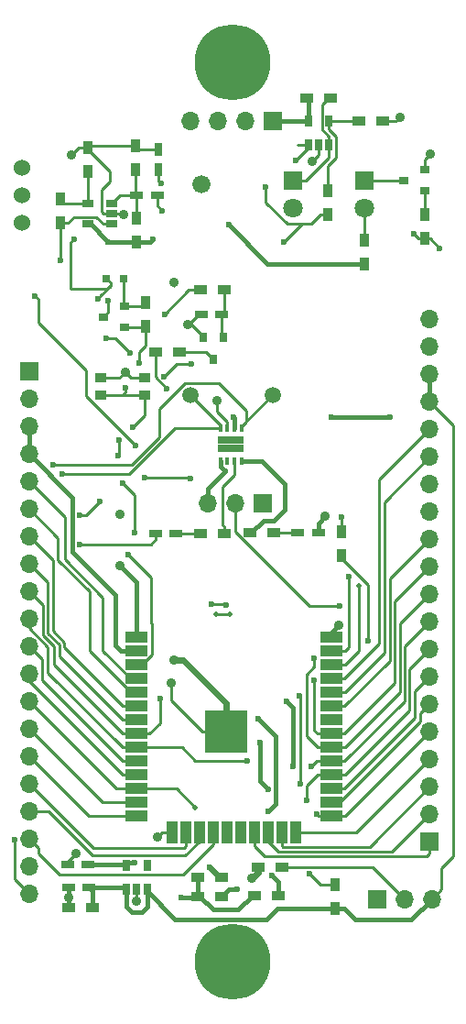
<source format=gbr>
G04 #@! TF.GenerationSoftware,KiCad,Pcbnew,no-vcs-found-9485a4d~59~ubuntu17.04.1*
G04 #@! TF.CreationDate,2017-08-14T14:34:53-05:00*
G04 #@! TF.ProjectId,liger,6C696765722E6B696361645F70636200,rev?*
G04 #@! TF.SameCoordinates,Original*
G04 #@! TF.FileFunction,Copper,L1,Top,Signal*
G04 #@! TF.FilePolarity,Positive*
%FSLAX46Y46*%
G04 Gerber Fmt 4.6, Leading zero omitted, Abs format (unit mm)*
G04 Created by KiCad (PCBNEW no-vcs-found-9485a4d~59~ubuntu17.04.1) date Mon Aug 14 14:34:53 2017*
%MOMM*%
%LPD*%
G01*
G04 APERTURE LIST*
%ADD10R,1.000000X0.900000*%
%ADD11R,1.700000X1.700000*%
%ADD12O,1.700000X1.700000*%
%ADD13C,1.676000*%
%ADD14R,1.200000X0.900000*%
%ADD15R,2.000000X1.000000*%
%ADD16R,1.000000X2.000000*%
%ADD17R,4.000000X4.000000*%
%ADD18R,0.650000X1.060000*%
%ADD19C,7.000000*%
%ADD20R,0.750000X1.200000*%
%ADD21R,1.200000X0.750000*%
%ADD22R,1.800000X1.800000*%
%ADD23C,1.800000*%
%ADD24R,0.800000X0.800000*%
%ADD25C,1.500000*%
%ADD26R,0.900000X0.800000*%
%ADD27R,0.800000X0.900000*%
%ADD28R,0.900000X1.200000*%
%ADD29C,1.524000*%
%ADD30R,1.060000X0.650000*%
%ADD31R,0.350000X0.650000*%
%ADD32R,1.200000X0.775000*%
%ADD33C,0.900000*%
%ADD34C,0.600000*%
%ADD35C,0.500000*%
%ADD36C,0.250000*%
%ADD37C,0.400000*%
%ADD38C,0.600000*%
G04 APERTURE END LIST*
D10*
X139550000Y-78200000D03*
X139550000Y-76600000D03*
X135450000Y-78200000D03*
X135450000Y-76600000D03*
D11*
X150450000Y-88200000D03*
D12*
X147910000Y-88200000D03*
X145370000Y-88200000D03*
D13*
X144826040Y-58680960D03*
D14*
X144500000Y-122700000D03*
X146700000Y-122700000D03*
D15*
X138773880Y-103083200D03*
X156807880Y-103111200D03*
D16*
X152235880Y-118577200D03*
X153505880Y-118577200D03*
X147155880Y-118577200D03*
X148425880Y-118577200D03*
X150965880Y-118577200D03*
X149695880Y-118577200D03*
X144615880Y-118577200D03*
X145885880Y-118577200D03*
X143345880Y-118577200D03*
X142075880Y-118577200D03*
D15*
X156791880Y-100563200D03*
X156807880Y-101841200D03*
X156807880Y-105651200D03*
X156791880Y-104373200D03*
X156791880Y-109453200D03*
X156807880Y-110731200D03*
X156807880Y-108191200D03*
X156791880Y-106913200D03*
X156791880Y-117073200D03*
X156791880Y-114533200D03*
X156807880Y-115811200D03*
X156807880Y-113271200D03*
X156791880Y-111993200D03*
X138757880Y-111993200D03*
X138773880Y-113271200D03*
X138773880Y-115811200D03*
X138757880Y-114533200D03*
X138757880Y-117073200D03*
X138757880Y-106913200D03*
X138773880Y-108191200D03*
X138773880Y-110731200D03*
X138757880Y-109453200D03*
X138757880Y-104373200D03*
X138773880Y-105651200D03*
X138773880Y-101813200D03*
X138773880Y-100543200D03*
D17*
X147100000Y-109230000D03*
D18*
X154700000Y-55050000D03*
X155650000Y-55050000D03*
X156600000Y-55050000D03*
X156600000Y-52850000D03*
X154700000Y-52850000D03*
D19*
X147684028Y-130516302D03*
X147684028Y-47458302D03*
D20*
X140825000Y-55500000D03*
X140825000Y-57400000D03*
D21*
X140700000Y-59750000D03*
X138800000Y-59750000D03*
X134425000Y-123675000D03*
X132525000Y-123675000D03*
X134325000Y-121500000D03*
X132425000Y-121500000D03*
X144800000Y-70700000D03*
X146700000Y-70700000D03*
X155600000Y-90850000D03*
X153700000Y-90850000D03*
X140527917Y-90945595D03*
X142427917Y-90945595D03*
D22*
X159860000Y-58340000D03*
D23*
X159860000Y-60880000D03*
D24*
X136000000Y-67400000D03*
X137600000Y-67400000D03*
D22*
X153290000Y-58410000D03*
D23*
X153290000Y-60950000D03*
D25*
X143780000Y-78200000D03*
X151380000Y-78200000D03*
D11*
X128880000Y-75990000D03*
D12*
X128880000Y-78530000D03*
X128880000Y-81070000D03*
X128880000Y-83610000D03*
X128880000Y-86150000D03*
X128880000Y-88690000D03*
X128880000Y-91230000D03*
X128880000Y-93770000D03*
X128880000Y-96310000D03*
X128880000Y-98850000D03*
X128880000Y-101390000D03*
X128880000Y-103930000D03*
X128880000Y-106470000D03*
X128880000Y-109010000D03*
X128880000Y-111550000D03*
X128880000Y-114090000D03*
X128880000Y-116630000D03*
X128880000Y-119170000D03*
X128880000Y-121710000D03*
X128880000Y-124250000D03*
D11*
X165890000Y-119430000D03*
D12*
X165890000Y-116890000D03*
X165890000Y-114350000D03*
X165890000Y-111810000D03*
X165890000Y-109270000D03*
X165890000Y-106730000D03*
X165890000Y-104190000D03*
X165890000Y-101650000D03*
X165890000Y-99110000D03*
X165890000Y-96570000D03*
X165890000Y-94030000D03*
X165890000Y-91490000D03*
X165890000Y-88950000D03*
X165890000Y-86410000D03*
X165890000Y-83870000D03*
X165890000Y-81330000D03*
X165890000Y-78790000D03*
X165890000Y-76250000D03*
X165890000Y-73710000D03*
X165890000Y-71170000D03*
D11*
X151410000Y-52850000D03*
D12*
X148870000Y-52850000D03*
X146330000Y-52850000D03*
X143790000Y-52850000D03*
D26*
X165500000Y-59300000D03*
X165500000Y-57400000D03*
X163500000Y-58350000D03*
D27*
X146850000Y-72850000D03*
X144950000Y-72850000D03*
X145900000Y-74850000D03*
D26*
X137700000Y-71900000D03*
X137700000Y-70000000D03*
X135700000Y-70950000D03*
D14*
X152250000Y-121750000D03*
X150050000Y-121750000D03*
D28*
X157750000Y-90775000D03*
X157750000Y-92975000D03*
X165450000Y-61550000D03*
X165450000Y-63750000D03*
X159900000Y-66075000D03*
X159900000Y-63875000D03*
X138800000Y-64025000D03*
X138800000Y-61825000D03*
X138725000Y-55175000D03*
X138725000Y-57375000D03*
X134300000Y-57550000D03*
X134300000Y-55350000D03*
X131750000Y-60100000D03*
X131750000Y-62300000D03*
D14*
X132500000Y-125500000D03*
X134700000Y-125500000D03*
X149700000Y-124400000D03*
X151900000Y-124400000D03*
X144500000Y-124500000D03*
X146700000Y-124500000D03*
X144700000Y-68450000D03*
X146900000Y-68450000D03*
D28*
X139650000Y-69600000D03*
X139650000Y-71800000D03*
D14*
X140550000Y-74200000D03*
X142750000Y-74200000D03*
X159400000Y-52900000D03*
X161600000Y-52900000D03*
X156700000Y-50750000D03*
X154500000Y-50750000D03*
D28*
X156500000Y-61500000D03*
X156500000Y-59300000D03*
D14*
X151450000Y-90900000D03*
X149250000Y-90900000D03*
X144677917Y-90995595D03*
X146877917Y-90995595D03*
D28*
X157200000Y-123400000D03*
X157200000Y-125600000D03*
D29*
X128220000Y-62230000D03*
X128220000Y-59690000D03*
X128220000Y-57150000D03*
D30*
X136525000Y-62375000D03*
X136525000Y-61425000D03*
X136525000Y-60475000D03*
X134325000Y-60475000D03*
X134325000Y-62375000D03*
D18*
X137875000Y-123800000D03*
X138825000Y-123800000D03*
X139775000Y-123800000D03*
X139775000Y-121600000D03*
X137875000Y-121600000D03*
D31*
X146545000Y-84302500D03*
X147195000Y-84302500D03*
X147845000Y-84302500D03*
X148495000Y-84302500D03*
X148495000Y-81202500D03*
X147845000Y-81202500D03*
X147195000Y-81202500D03*
X146545000Y-81202500D03*
D32*
X148120000Y-82365000D03*
X146920000Y-82365000D03*
X148120000Y-83140000D03*
X146920000Y-83140000D03*
D11*
X161036000Y-124714000D03*
D12*
X163576000Y-124714000D03*
X166116000Y-124714000D03*
D33*
X146281398Y-78696534D03*
X143548272Y-71680675D03*
X137736420Y-76075994D03*
X137274908Y-89194406D03*
X137250310Y-93917125D03*
X156200000Y-89400000D03*
X149492708Y-122825389D03*
X142227988Y-102617984D03*
X157483830Y-99421350D03*
X132500000Y-124600000D03*
X142250000Y-67750000D03*
X137594343Y-61528837D03*
X138824990Y-124961343D03*
X142000000Y-104750000D03*
X140750000Y-119000000D03*
X163150000Y-52500000D03*
X133200000Y-120500000D03*
X155031281Y-56581281D03*
X132800000Y-56000000D03*
X166000000Y-55900000D03*
D34*
X141050000Y-58650000D03*
X141590494Y-77556742D03*
X153874990Y-105963593D03*
X153950000Y-114050000D03*
X155450000Y-116850000D03*
X155000000Y-112474002D03*
X153305274Y-112474002D03*
X152705564Y-106433697D03*
X160250000Y-100913370D03*
X157735279Y-89412926D03*
X143785515Y-85887321D03*
X139516556Y-85826930D03*
X138683589Y-82807422D03*
X129408863Y-69010926D03*
X141150000Y-61150000D03*
X138193932Y-74317425D03*
X135953472Y-72941704D03*
X135226649Y-69287567D03*
X132994277Y-63773437D03*
X147000000Y-85250000D03*
X156800000Y-80200000D03*
X162200000Y-80200000D03*
X147799837Y-80226318D03*
X136196214Y-69473054D03*
X141382977Y-70719826D03*
X166800000Y-64600000D03*
X154750000Y-122375010D03*
X164450000Y-63300000D03*
X154550000Y-115600000D03*
X150944388Y-116611565D03*
X148090845Y-123852665D03*
X150022386Y-108063010D03*
X133579779Y-91990441D03*
X131750000Y-65750000D03*
X152390634Y-64075766D03*
X143909617Y-75314445D03*
X141352818Y-76476627D03*
X135409424Y-88003915D03*
X133510198Y-89264608D03*
X150750000Y-59000000D03*
X153500000Y-56500000D03*
X141000000Y-106250000D03*
X149000000Y-111943989D03*
D35*
X144250000Y-116250000D03*
D34*
X157608180Y-97692688D03*
X147094868Y-97559657D03*
X145750000Y-97500000D03*
X155250000Y-102500000D03*
D35*
X146177971Y-98405024D03*
X147400000Y-98400000D03*
D34*
X155250000Y-104500000D03*
D35*
X159400000Y-95800000D03*
D34*
X158471514Y-94974260D03*
X138050310Y-92950358D03*
X138641481Y-90911730D03*
X137533531Y-86337226D03*
X137112510Y-83806226D03*
X137201146Y-82321573D03*
X138419891Y-81191464D03*
X137784762Y-77532180D03*
X139059975Y-75226232D03*
X136180000Y-64025000D03*
X142897658Y-124568888D03*
X140282752Y-63828322D03*
X138650000Y-121400000D03*
X147300000Y-62450000D03*
X145600000Y-121800000D03*
X150177998Y-110266333D03*
X150944386Y-114596314D03*
X151293084Y-122550161D03*
X131972501Y-85500000D03*
X127500000Y-119250000D03*
X131056418Y-84634682D03*
D36*
X147195000Y-81202500D02*
X147195000Y-80627500D01*
X147195000Y-80627500D02*
X146281398Y-79713898D01*
X146281398Y-79713898D02*
X146281398Y-78696534D01*
X143830675Y-71680675D02*
X143548272Y-71680675D01*
X144950000Y-72850000D02*
X144950000Y-72800000D01*
X143594325Y-71680675D02*
X143548272Y-71680675D01*
X144575000Y-70700000D02*
X143594325Y-71680675D01*
X144800000Y-70700000D02*
X144575000Y-70700000D01*
X144950000Y-72800000D02*
X143830675Y-71680675D01*
X137736420Y-76075994D02*
X137212414Y-76600000D01*
X137212414Y-76600000D02*
X135450000Y-76600000D01*
X139550000Y-76600000D02*
X138260426Y-76600000D01*
X138260426Y-76600000D02*
X137736420Y-76075994D01*
D37*
X138773880Y-100543200D02*
X138773880Y-95440695D01*
X138773880Y-95440695D02*
X137250310Y-93917125D01*
X155600000Y-90850000D02*
X155600000Y-90000000D01*
X155600000Y-90000000D02*
X156200000Y-89400000D01*
D36*
X142250000Y-68150000D02*
X142250000Y-67750000D01*
D38*
X150050000Y-121750000D02*
X150050000Y-122268097D01*
X150050000Y-122268097D02*
X149492708Y-122825389D01*
X147100000Y-109230000D02*
X147100000Y-106630000D01*
X147100000Y-106630000D02*
X143087984Y-102617984D01*
X143087984Y-102617984D02*
X142227988Y-102617984D01*
D37*
X156791880Y-100563200D02*
X156791880Y-100113300D01*
X156791880Y-100113300D02*
X157483830Y-99421350D01*
X132500000Y-125500000D02*
X132500000Y-124600000D01*
X132525000Y-123675000D02*
X132525000Y-124575000D01*
X132525000Y-124575000D02*
X132500000Y-124600000D01*
D36*
X150050000Y-121750000D02*
X150000000Y-121750000D01*
X137305000Y-61425000D02*
X137594343Y-61528837D01*
X136525000Y-61425000D02*
X137305000Y-61425000D01*
X136300000Y-58450000D02*
X136300000Y-57500000D01*
X136300000Y-57500000D02*
X134300000Y-55500000D01*
X134300000Y-55500000D02*
X134300000Y-55350000D01*
X138825000Y-123800000D02*
X138825000Y-124961333D01*
X138825000Y-124961333D02*
X138824990Y-124961343D01*
X147100000Y-109230000D02*
X144850000Y-109230000D01*
X144850000Y-109230000D02*
X142000000Y-106380000D01*
X142000000Y-106380000D02*
X142000000Y-104750000D01*
X142075880Y-118577200D02*
X141172800Y-118577200D01*
X141172800Y-118577200D02*
X140750000Y-119000000D01*
X161600000Y-52900000D02*
X162750000Y-52900000D01*
X162750000Y-52900000D02*
X163150000Y-52500000D01*
X132425000Y-121500000D02*
X132425000Y-121275000D01*
X132425000Y-121275000D02*
X133200000Y-120500000D01*
X136525000Y-61425000D02*
X135745000Y-61425000D01*
X135569999Y-59180001D02*
X136300000Y-58450000D01*
X135745000Y-61425000D02*
X135569999Y-61249999D01*
X135569999Y-61249999D02*
X135569999Y-59180001D01*
X155650000Y-55050000D02*
X155650000Y-55962562D01*
X155650000Y-55962562D02*
X155031281Y-56581281D01*
X134300000Y-55350000D02*
X133450000Y-55350000D01*
X133450000Y-55350000D02*
X132800000Y-56000000D01*
X165500000Y-57400000D02*
X165500000Y-56400000D01*
X165500000Y-56400000D02*
X166000000Y-55900000D01*
X138725000Y-55175000D02*
X134475000Y-55175000D01*
X134475000Y-55175000D02*
X134300000Y-55350000D01*
X140825000Y-55500000D02*
X139050000Y-55500000D01*
X139050000Y-55500000D02*
X138725000Y-55175000D01*
X140825000Y-57400000D02*
X140825000Y-58425000D01*
X140825000Y-58425000D02*
X141050000Y-58650000D01*
X138800000Y-59750000D02*
X137250000Y-59750000D01*
X137250000Y-59750000D02*
X136525000Y-60475000D01*
X138800000Y-59750000D02*
X138800000Y-61825000D01*
X138725000Y-57375000D02*
X138725000Y-59675000D01*
X138725000Y-59675000D02*
X138800000Y-59750000D01*
X137700000Y-70000000D02*
X139250000Y-70000000D01*
X139250000Y-70000000D02*
X139650000Y-69600000D01*
X137600000Y-67400000D02*
X137600000Y-69900000D01*
X137600000Y-69900000D02*
X137700000Y-70000000D01*
X140550000Y-74200000D02*
X140550000Y-76516248D01*
X140550000Y-76516248D02*
X141590494Y-77556742D01*
X153950000Y-106038603D02*
X153874990Y-105963593D01*
X153950000Y-114050000D02*
X153950000Y-106038603D01*
X156791880Y-117073200D02*
X155673200Y-117073200D01*
X155673200Y-117073200D02*
X155450000Y-116850000D01*
X156791880Y-117073200D02*
X158086800Y-117073200D01*
X158086800Y-117073200D02*
X165890000Y-109270000D01*
X153505880Y-118577200D02*
X159122800Y-118577200D01*
X159122800Y-118577200D02*
X165890000Y-111810000D01*
X152250000Y-121750000D02*
X160612000Y-121750000D01*
X160612000Y-121750000D02*
X163576000Y-124714000D01*
X152250000Y-118563080D02*
X152235880Y-118577200D01*
X165890000Y-114350000D02*
X160337799Y-119902201D01*
X160337799Y-119902201D02*
X152310881Y-119902201D01*
X152310881Y-119902201D02*
X152235880Y-119827200D01*
X152235880Y-119827200D02*
X152235880Y-118577200D01*
X143345880Y-118577200D02*
X143345880Y-119827200D01*
X143345880Y-119827200D02*
X143170879Y-120002201D01*
X143170879Y-120002201D02*
X134792201Y-120002201D01*
X134792201Y-120002201D02*
X128880000Y-114090000D01*
X155000000Y-112474002D02*
X155480802Y-111993200D01*
X155480802Y-111993200D02*
X156791880Y-111993200D01*
D37*
X152705564Y-106433697D02*
X153305274Y-107033407D01*
X153305274Y-107033407D02*
X153305274Y-112474002D01*
D36*
X163600000Y-106435080D02*
X163600000Y-101400000D01*
X163600000Y-101400000D02*
X165890000Y-99110000D01*
X156791880Y-111993200D02*
X158041880Y-111993200D01*
X158041880Y-111993200D02*
X163600000Y-106435080D01*
X160250000Y-95750000D02*
X160250000Y-100913370D01*
X160250000Y-95750000D02*
X157750000Y-93250000D01*
X157750000Y-93250000D02*
X157750000Y-92975000D01*
X156807880Y-115811200D02*
X157598882Y-115811200D01*
X165040001Y-107579999D02*
X165890000Y-106730000D01*
X157598882Y-115811200D02*
X165040001Y-108370081D01*
X165040001Y-108370081D02*
X165040001Y-107579999D01*
X142750000Y-74200000D02*
X145250000Y-74200000D01*
X145250000Y-74200000D02*
X145900000Y-74850000D01*
X157735279Y-89412926D02*
X157735279Y-90760279D01*
X157735279Y-90760279D02*
X157750000Y-90775000D01*
X139516556Y-85826930D02*
X143725124Y-85826930D01*
X143725124Y-85826930D02*
X143785515Y-85887321D01*
X134128297Y-75908107D02*
X134128297Y-78252130D01*
X134128297Y-78252130D02*
X138683589Y-82807422D01*
X129708862Y-71488672D02*
X134128297Y-75908107D01*
X129408863Y-69010926D02*
X129708862Y-69310925D01*
X129708862Y-69310925D02*
X129708862Y-71488672D01*
X140700000Y-59750000D02*
X140700000Y-60700000D01*
X140700000Y-60700000D02*
X141150000Y-61150000D01*
X146700000Y-70700000D02*
X146700000Y-72700000D01*
X146700000Y-72700000D02*
X146850000Y-72850000D01*
X146900000Y-68450000D02*
X146900000Y-70500000D01*
X146900000Y-70500000D02*
X146700000Y-70700000D01*
X135953472Y-72941704D02*
X136818211Y-72941704D01*
X136818211Y-72941704D02*
X138193932Y-74317425D01*
X136428303Y-68085913D02*
X135526648Y-68987568D01*
X136053772Y-67453772D02*
X136060631Y-67453772D01*
X136428303Y-67821444D02*
X136428303Y-68085913D01*
X132694278Y-64073436D02*
X132994277Y-63773437D01*
X136000000Y-67400000D02*
X136053772Y-67453772D01*
X132694278Y-68374486D02*
X132694278Y-64073436D01*
X136428303Y-68028558D02*
X136082375Y-68374486D01*
X135526648Y-68987568D02*
X135226649Y-69287567D01*
X136428303Y-67821444D02*
X136428303Y-68028558D01*
X136060631Y-67453772D02*
X136428303Y-67821444D01*
X136082375Y-68374486D02*
X132694278Y-68374486D01*
D37*
X147845000Y-81202500D02*
X147845000Y-80271481D01*
X147845000Y-80271481D02*
X147799837Y-80226318D01*
X145400000Y-88150000D02*
X145400000Y-86850000D01*
X145400000Y-86850000D02*
X147000000Y-85250000D01*
X146545000Y-84302500D02*
X146545000Y-84795000D01*
X146545000Y-84795000D02*
X147000000Y-85250000D01*
X162200000Y-80200000D02*
X156800000Y-80200000D01*
D36*
X168098760Y-80998760D02*
X165890000Y-78790000D01*
X168098760Y-120783885D02*
X168098760Y-80998760D01*
X166965999Y-121916646D02*
X168098760Y-120783885D01*
X166116000Y-124714000D02*
X166965999Y-123864001D01*
X166965999Y-123864001D02*
X166965999Y-121916646D01*
D37*
X157200000Y-125600000D02*
X151807387Y-125600000D01*
X151807387Y-125600000D02*
X150791085Y-126616301D01*
X150791085Y-126616301D02*
X142386301Y-126616301D01*
X142386301Y-126616301D02*
X139775000Y-124005000D01*
X139775000Y-124005000D02*
X139775000Y-123800000D01*
X134700000Y-125500000D02*
X134700000Y-123950000D01*
X137875000Y-123800000D02*
X137875000Y-124311831D01*
X137875000Y-124311831D02*
X137874989Y-124311842D01*
X138368989Y-125911344D02*
X139280991Y-125911344D01*
X137874989Y-124311842D02*
X137874989Y-125417344D01*
X137874989Y-125417344D02*
X138368989Y-125911344D01*
X139280991Y-125911344D02*
X139775000Y-125417335D01*
X139775000Y-125417335D02*
X139775000Y-123800000D01*
X134700000Y-123950000D02*
X134425000Y-123675000D01*
X137875000Y-124005000D02*
X137875000Y-123800000D01*
X134425000Y-123675000D02*
X137750000Y-123675000D01*
X137750000Y-123675000D02*
X137875000Y-123800000D01*
X165890000Y-76250000D02*
X165890000Y-78790000D01*
X166116000Y-124714000D02*
X164230000Y-126600000D01*
X164230000Y-126600000D02*
X159050000Y-126600000D01*
X159050000Y-126600000D02*
X158050000Y-125600000D01*
X158050000Y-125600000D02*
X157200000Y-125600000D01*
X154700000Y-52850000D02*
X151410000Y-52850000D01*
X154700000Y-52850000D02*
X154700000Y-50950000D01*
X154700000Y-50950000D02*
X154500000Y-50750000D01*
D36*
X165450000Y-61550000D02*
X165450000Y-59350000D01*
X165450000Y-59350000D02*
X165500000Y-59300000D01*
X163500000Y-58350000D02*
X159870000Y-58350000D01*
X159870000Y-58350000D02*
X159860000Y-58340000D01*
X136196214Y-69473054D02*
X136196214Y-70453786D01*
X136196214Y-70453786D02*
X135700000Y-70950000D01*
X144700000Y-68450000D02*
X143652803Y-68450000D01*
X143652803Y-68450000D02*
X141382977Y-70719826D01*
X165450000Y-63750000D02*
X165950000Y-63750000D01*
X165950000Y-63750000D02*
X166800000Y-64600000D01*
X165450000Y-63900000D02*
X165450000Y-63750000D01*
X155774990Y-123400000D02*
X154750000Y-122375010D01*
X157200000Y-123400000D02*
X155774990Y-123400000D01*
X165450000Y-63750000D02*
X164900000Y-63750000D01*
X164900000Y-63750000D02*
X164450000Y-63300000D01*
X154550000Y-115600000D02*
X154550000Y-114279080D01*
X154550000Y-114279080D02*
X155557880Y-113271200D01*
X155557880Y-113271200D02*
X156807880Y-113271200D01*
X164050000Y-107279080D02*
X164050000Y-103490000D01*
X164050000Y-103490000D02*
X165890000Y-101650000D01*
X156807880Y-113271200D02*
X158057880Y-113271200D01*
X158057880Y-113271200D02*
X164050000Y-107279080D01*
X159900000Y-63875000D02*
X159900000Y-60920000D01*
X159900000Y-60920000D02*
X159860000Y-60880000D01*
X134300000Y-57550000D02*
X134300000Y-60450000D01*
X134300000Y-60450000D02*
X134325000Y-60475000D01*
X134325000Y-60475000D02*
X132125000Y-60475000D01*
X132125000Y-60475000D02*
X131750000Y-60100000D01*
D37*
X151644387Y-109685011D02*
X151644387Y-115911566D01*
X151644387Y-115911566D02*
X150944388Y-116611565D01*
X150022386Y-108063010D02*
X151644387Y-109685011D01*
X148090845Y-123852665D02*
X147347335Y-123852665D01*
X147347335Y-123852665D02*
X146700000Y-124500000D01*
X146700000Y-124500000D02*
X146850000Y-124500000D01*
D36*
X140603045Y-91495467D02*
X140603045Y-91020723D01*
X140603045Y-91020723D02*
X140527917Y-90945595D01*
X133579779Y-91990441D02*
X140108071Y-91990441D01*
X140108071Y-91990441D02*
X140603045Y-91495467D01*
X137507880Y-111993200D02*
X130055001Y-104540321D01*
X130055001Y-102565001D02*
X128880000Y-101390000D01*
X138757880Y-111993200D02*
X137507880Y-111993200D01*
X130055001Y-104540321D02*
X130055001Y-102565001D01*
X135661427Y-96858905D02*
X132182523Y-93380001D01*
X132182523Y-89452523D02*
X128880000Y-86150000D01*
X135661427Y-101776747D02*
X135661427Y-96858905D01*
X138257880Y-104373200D02*
X135661427Y-101776747D01*
X138757880Y-104373200D02*
X138257880Y-104373200D01*
X132182523Y-93380001D02*
X132182523Y-89452523D01*
X138773880Y-105651200D02*
X138310878Y-105651200D01*
X138310878Y-105651200D02*
X134478642Y-101818964D01*
X134478642Y-101818964D02*
X134478642Y-96321642D01*
X131545686Y-93388686D02*
X131545686Y-91355686D01*
X134478642Y-96321642D02*
X131545686Y-93388686D01*
X131545686Y-91355686D02*
X128880000Y-88690000D01*
X138757880Y-106913200D02*
X137507880Y-106913200D01*
X137507880Y-106913200D02*
X132099989Y-101505309D01*
X131047014Y-99985586D02*
X131047014Y-93397014D01*
X132099989Y-101505309D02*
X132099989Y-101038560D01*
X132099989Y-101038560D02*
X131047014Y-99985586D01*
X131047014Y-93397014D02*
X128880000Y-91230000D01*
X131750000Y-62300000D02*
X131750000Y-65750000D01*
X136525000Y-62375000D02*
X135745000Y-62375000D01*
X135745000Y-62375000D02*
X135094999Y-61724999D01*
X135094999Y-61724999D02*
X133025001Y-61724999D01*
X133025001Y-61724999D02*
X132450000Y-62300000D01*
X132450000Y-62300000D02*
X131750000Y-62300000D01*
X152390634Y-64075766D02*
X154116400Y-62350000D01*
X154116400Y-62350000D02*
X154950000Y-62350000D01*
X141352818Y-76476627D02*
X142515000Y-75314445D01*
X142515000Y-75314445D02*
X143909617Y-75314445D01*
X133510198Y-89264608D02*
X134148731Y-89264608D01*
X134148731Y-89264608D02*
X135409424Y-88003915D01*
X154700000Y-55050000D02*
X153684998Y-55050000D01*
X131649978Y-101224960D02*
X130597003Y-100171986D01*
X130597003Y-95487003D02*
X128880000Y-93770000D01*
X130597003Y-100171986D02*
X130597003Y-95487003D01*
X131649978Y-102317298D02*
X131649978Y-101224960D01*
X138773880Y-108191200D02*
X137523880Y-108191200D01*
X137523880Y-108191200D02*
X131649978Y-102317298D01*
X150750000Y-59000000D02*
X150750000Y-60371002D01*
X150750000Y-60371002D02*
X152728998Y-62350000D01*
X152728998Y-62350000D02*
X154950000Y-62350000D01*
X154950000Y-62350000D02*
X155800000Y-61500000D01*
X155800000Y-61500000D02*
X156500000Y-61500000D01*
X154700000Y-55050000D02*
X154700000Y-55300000D01*
X154700000Y-55300000D02*
X153500000Y-56500000D01*
X130146992Y-97576992D02*
X128880000Y-96310000D01*
X130146992Y-100358386D02*
X130146992Y-97576992D01*
X131150000Y-103095320D02*
X131150000Y-101361393D01*
X137507880Y-109453200D02*
X131150000Y-103095320D01*
X131150000Y-101361393D02*
X130146992Y-100358386D01*
X138757880Y-109453200D02*
X137507880Y-109453200D01*
X141000000Y-106250000D02*
X141000000Y-108461080D01*
X141000000Y-108461080D02*
X140007880Y-109453200D01*
X140007880Y-109453200D02*
X138757880Y-109453200D01*
X144237273Y-111943989D02*
X149000000Y-111943989D01*
X143024484Y-110731200D02*
X144237273Y-111943989D01*
X138773880Y-110731200D02*
X143024484Y-110731200D01*
X138773880Y-110731200D02*
X137523880Y-110731200D01*
X137523880Y-110731200D02*
X130600000Y-103807320D01*
X128880000Y-99727804D02*
X128880000Y-98850000D01*
X130600000Y-101447804D02*
X128880000Y-99727804D01*
X130600000Y-103807320D02*
X130600000Y-101447804D01*
X128880000Y-104627320D02*
X128880000Y-103930000D01*
X137523880Y-113271200D02*
X128880000Y-104627320D01*
X138773880Y-113271200D02*
X137523880Y-113271200D01*
X138757880Y-114533200D02*
X142533200Y-114533200D01*
X142533200Y-114533200D02*
X144250000Y-116250000D01*
X138974680Y-114750000D02*
X138757880Y-114533200D01*
X138757880Y-114533200D02*
X136943200Y-114533200D01*
X136943200Y-114533200D02*
X128880000Y-106470000D01*
X138773880Y-115811200D02*
X135681200Y-115811200D01*
X135681200Y-115811200D02*
X128880000Y-109010000D01*
X138757880Y-117073200D02*
X134403200Y-117073200D01*
X134403200Y-117073200D02*
X128880000Y-111550000D01*
X144615880Y-118577200D02*
X144615880Y-119392202D01*
X144615880Y-119392202D02*
X143308082Y-120700000D01*
X130625002Y-116630000D02*
X128880000Y-116630000D01*
X143308082Y-120700000D02*
X134695002Y-120700000D01*
X134695002Y-120700000D02*
X130625002Y-116630000D01*
X145885880Y-118577200D02*
X145885880Y-119679118D01*
X145885880Y-119679118D02*
X143109997Y-122455001D01*
X143109997Y-122455001D02*
X131639999Y-122455001D01*
X131639999Y-122455001D02*
X129729999Y-120545001D01*
X129729999Y-120545001D02*
X129729999Y-120019999D01*
X129729999Y-120019999D02*
X128880000Y-119170000D01*
X165890000Y-119430000D02*
X165890000Y-120530000D01*
X165890000Y-120530000D02*
X165617779Y-120802221D01*
X165617779Y-120802221D02*
X150670901Y-120802221D01*
X150670901Y-120802221D02*
X149695880Y-119827200D01*
X149695880Y-119827200D02*
X149695880Y-118577200D01*
X150965880Y-118577200D02*
X150965880Y-119392202D01*
X150965880Y-119392202D02*
X151925889Y-120352211D01*
X151925889Y-120352211D02*
X162427789Y-120352211D01*
X162427789Y-120352211D02*
X165890000Y-116890000D01*
X147910000Y-88200000D02*
X147910000Y-90835002D01*
X147910000Y-90835002D02*
X154767686Y-97692688D01*
X154767686Y-97692688D02*
X157608180Y-97692688D01*
X164550000Y-108025080D02*
X164550000Y-105530000D01*
X164550000Y-105530000D02*
X165890000Y-104190000D01*
X156791880Y-114533200D02*
X158041880Y-114533200D01*
X158041880Y-114533200D02*
X164550000Y-108025080D01*
X145750000Y-97500000D02*
X147035211Y-97500000D01*
X147035211Y-97500000D02*
X147094868Y-97559657D01*
X154500000Y-109673320D02*
X155557880Y-110731200D01*
X154500000Y-104000000D02*
X154500000Y-109673320D01*
X155557880Y-110731200D02*
X156807880Y-110731200D01*
X155250000Y-103250000D02*
X154500000Y-104000000D01*
X155250000Y-102500000D02*
X155250000Y-103250000D01*
X163150000Y-105639080D02*
X163150000Y-99310000D01*
X163150000Y-99310000D02*
X165890000Y-96570000D01*
X156807880Y-110731200D02*
X158057880Y-110731200D01*
X158057880Y-110731200D02*
X163150000Y-105639080D01*
X147400000Y-98400000D02*
X146182995Y-98400000D01*
X146182995Y-98400000D02*
X146177971Y-98405024D01*
X155250000Y-104500000D02*
X155250000Y-109161320D01*
X155250000Y-109161320D02*
X155541880Y-109453200D01*
X155541880Y-109453200D02*
X156791880Y-109453200D01*
X162700000Y-104795080D02*
X162700000Y-97220000D01*
X162700000Y-97220000D02*
X165890000Y-94030000D01*
X156791880Y-109453200D02*
X158041880Y-109453200D01*
X158041880Y-109453200D02*
X162700000Y-104795080D01*
X162250000Y-102705080D02*
X162250000Y-95130000D01*
X162250000Y-95130000D02*
X165890000Y-91490000D01*
X156791880Y-106913200D02*
X158041880Y-106913200D01*
X158041880Y-106913200D02*
X162250000Y-102705080D01*
X159350000Y-101819080D02*
X159350000Y-95850000D01*
X159350000Y-95850000D02*
X159400000Y-95800000D01*
X156807880Y-103111200D02*
X158057880Y-103111200D01*
X158057880Y-103111200D02*
X159350000Y-101819080D01*
X158450000Y-101450000D02*
X158450000Y-94995774D01*
X158450000Y-94995774D02*
X158471514Y-94974260D01*
X156807880Y-101841200D02*
X158058800Y-101841200D01*
X158058800Y-101841200D02*
X158450000Y-101450000D01*
X140170451Y-95070499D02*
X140170451Y-99276752D01*
X140170451Y-99276752D02*
X140198881Y-99305182D01*
X140198881Y-99305182D02*
X140198881Y-102158199D01*
X140198881Y-102158199D02*
X139273880Y-103083200D01*
X139273880Y-103083200D02*
X138773880Y-103083200D01*
X138050310Y-92950358D02*
X140170451Y-95070499D01*
X137533531Y-86337226D02*
X138641481Y-87445176D01*
X138641481Y-87445176D02*
X138641481Y-90911730D01*
X137201146Y-82321573D02*
X137201146Y-83717590D01*
X137201146Y-83717590D02*
X137112510Y-83806226D01*
X139550000Y-78200000D02*
X139550000Y-80061355D01*
X139550000Y-80061355D02*
X138419891Y-81191464D01*
X135450000Y-78200000D02*
X137550000Y-78200000D01*
X137550000Y-78200000D02*
X139550000Y-78200000D01*
X137784762Y-77532180D02*
X137784762Y-77956444D01*
X137784762Y-77956444D02*
X137550000Y-78191206D01*
X137550000Y-78191206D02*
X137550000Y-78200000D01*
X139650000Y-73627456D02*
X139059975Y-74217481D01*
X139059975Y-74217481D02*
X139059975Y-75226232D01*
X139650000Y-71800000D02*
X139650000Y-73627456D01*
X137700000Y-71900000D02*
X139550000Y-71900000D01*
X139550000Y-71900000D02*
X139650000Y-71800000D01*
X159400000Y-52900000D02*
X156650000Y-52900000D01*
X156650000Y-52900000D02*
X156600000Y-52850000D01*
X156500000Y-59300000D02*
X156500000Y-56986410D01*
X156500000Y-56986410D02*
X157250001Y-56236409D01*
X157250001Y-56236409D02*
X157250001Y-54280001D01*
X157250001Y-54280001D02*
X156600000Y-53630000D01*
X156600000Y-53630000D02*
X156600000Y-52850000D01*
X156700000Y-50750000D02*
X156550000Y-50750000D01*
X156550000Y-50750000D02*
X155949999Y-51350001D01*
X155949999Y-51350001D02*
X155949999Y-53619999D01*
X155949999Y-53619999D02*
X156600000Y-54270000D01*
X156600000Y-54270000D02*
X156600000Y-55050000D01*
X153290000Y-58410000D02*
X154440000Y-58410000D01*
X154440000Y-58410000D02*
X156600000Y-56250000D01*
X156600000Y-56250000D02*
X156600000Y-55050000D01*
X161700000Y-102009080D02*
X161700000Y-88060000D01*
X161700000Y-88060000D02*
X165890000Y-83870000D01*
X156807880Y-105651200D02*
X158057880Y-105651200D01*
X158057880Y-105651200D02*
X161700000Y-102009080D01*
X161250000Y-101165080D02*
X161250000Y-85970000D01*
X161250000Y-85970000D02*
X165890000Y-81330000D01*
X156791880Y-104373200D02*
X158041880Y-104373200D01*
X158041880Y-104373200D02*
X161250000Y-101165080D01*
D37*
X147399589Y-125721439D02*
X148228561Y-125721439D01*
X148228561Y-125721439D02*
X149550000Y-124400000D01*
X149550000Y-124400000D02*
X149700000Y-124400000D01*
X145860925Y-125710925D02*
X147389075Y-125710925D01*
X147389075Y-125710925D02*
X147399589Y-125721439D01*
X144500000Y-124500000D02*
X144650000Y-124500000D01*
X144650000Y-124500000D02*
X145860925Y-125710925D01*
X142897658Y-124568888D02*
X144431112Y-124568888D01*
X144431112Y-124568888D02*
X144500000Y-124500000D01*
X144500000Y-124500000D02*
X144500000Y-122700000D01*
X138800000Y-64025000D02*
X140086074Y-64025000D01*
X140086074Y-64025000D02*
X140282752Y-63828322D01*
X138650000Y-121400000D02*
X138075000Y-121400000D01*
X138075000Y-121400000D02*
X137875000Y-121600000D01*
X159900000Y-66075000D02*
X150925000Y-66075000D01*
X150925000Y-66075000D02*
X147300000Y-62450000D01*
X134325000Y-121500000D02*
X137775000Y-121500000D01*
X137775000Y-121500000D02*
X137875000Y-121600000D01*
X134325000Y-62375000D02*
X134530000Y-62375000D01*
X134530000Y-62375000D02*
X136180000Y-64025000D01*
X136180000Y-64025000D02*
X138800000Y-64025000D01*
D36*
X153700000Y-90850000D02*
X151500000Y-90850000D01*
X151500000Y-90850000D02*
X151450000Y-90900000D01*
X142427917Y-90945595D02*
X144627917Y-90945595D01*
X144627917Y-90945595D02*
X144677917Y-90995595D01*
D38*
X146700000Y-122700000D02*
X146500000Y-122700000D01*
X146500000Y-122700000D02*
X145600000Y-121800000D01*
D37*
X150177998Y-113829926D02*
X150944386Y-114596314D01*
X150177998Y-110266333D02*
X150177998Y-113829926D01*
X151900000Y-124400000D02*
X151900000Y-123157077D01*
X151900000Y-123157077D02*
X151293084Y-122550161D01*
X151457709Y-89772293D02*
X150527707Y-89772293D01*
X150527707Y-89772293D02*
X149400000Y-90900000D01*
X149400000Y-90900000D02*
X149250000Y-90900000D01*
X152484736Y-86359497D02*
X152484736Y-88745266D01*
X152484736Y-88745266D02*
X151457709Y-89772293D01*
X150427739Y-84302500D02*
X152484736Y-86359497D01*
X148495000Y-84302500D02*
X150427739Y-84302500D01*
D36*
X148495000Y-84452500D02*
X148495000Y-84302500D01*
X147845000Y-85580002D02*
X146764999Y-86660003D01*
X146764999Y-86660003D02*
X146764999Y-90182677D01*
X146764999Y-90182677D02*
X146877917Y-90295595D01*
X146877917Y-90295595D02*
X146877917Y-90995595D01*
X147845000Y-85580002D02*
X147845000Y-84302500D01*
X146545000Y-81202500D02*
X142373669Y-81202500D01*
X138076169Y-85500000D02*
X131972501Y-85500000D01*
X142373669Y-81202500D02*
X138076169Y-85500000D01*
X127500000Y-119250000D02*
X127500000Y-122870000D01*
X127500000Y-122870000D02*
X128880000Y-124250000D01*
X143780000Y-78200000D02*
X146545000Y-80965000D01*
X146545000Y-80965000D02*
X146545000Y-81202500D01*
X138333388Y-84634682D02*
X140907427Y-82060643D01*
X140907427Y-79481571D02*
X143263999Y-77124999D01*
X146407453Y-77124999D02*
X148920000Y-79637546D01*
X148920000Y-79637546D02*
X148920000Y-80627500D01*
X148920000Y-80627500D02*
X148495000Y-81052500D01*
X143263999Y-77124999D02*
X146407453Y-77124999D01*
X140907427Y-82060643D02*
X140907427Y-79481571D01*
X131056418Y-84634682D02*
X138333388Y-84634682D01*
X148495000Y-81202500D02*
X148495000Y-81052500D01*
X148495000Y-81052500D02*
X151347500Y-78200000D01*
X151347500Y-78200000D02*
X151380000Y-78200000D01*
D37*
X136844732Y-96603682D02*
X136844732Y-101284052D01*
X137373880Y-101813200D02*
X138773880Y-101813200D01*
X136844732Y-101284052D02*
X137373880Y-101813200D01*
X132901687Y-92660637D02*
X136844732Y-96603682D01*
X132901687Y-87631687D02*
X132901687Y-92660637D01*
X128880000Y-83610000D02*
X132901687Y-87631687D01*
X128880000Y-83610000D02*
X128880000Y-81070000D01*
M02*

</source>
